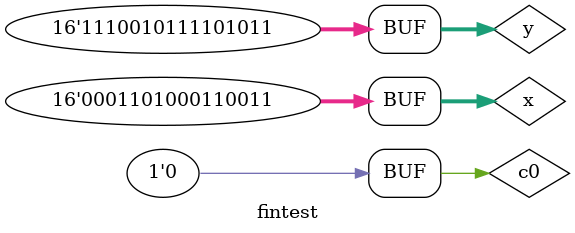
<source format=v>
`timescale 1ns / 1ps


module fintest;

	// Inputs
	reg [15:0] x;
	reg [15:0] y;
	reg c0;

	// Outputs
	wire c4;
	wire [15:0] s;

	// Instantiate the Unit Under Test (UUT)
	final uut (
		.x(x), 
		.y(y), 
		.c4(c4), 
		.s(s), 
		.c0(c0)
	);

	initial begin
		// Initialize Inputs
		x = 16'b0001101000110011;
		y = 16'b1110010111101011;
		c0 = 0;

		// Wait 100 ns for global reset to finish
		#100;
        
		// Add stimulus here

	end
      
endmodule


</source>
